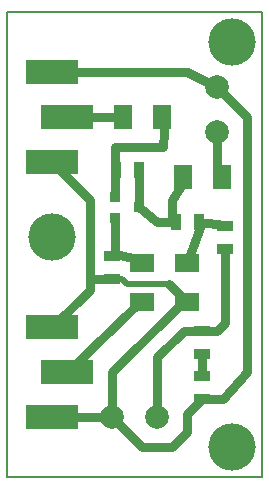
<source format=gtl>
G04 (created by PCBNEW (2013-07-07 BZR 4022)-stable) date jeu. 14 juin 2018 08:22:18 CEST*
%MOIN*%
G04 Gerber Fmt 3.4, Leading zero omitted, Abs format*
%FSLAX34Y34*%
G01*
G70*
G90*
G04 APERTURE LIST*
%ADD10C,0.00393701*%
%ADD11C,0.00590551*%
%ADD12R,0.06X0.08*%
%ADD13R,0.08X0.06*%
%ADD14R,0.055X0.035*%
%ADD15R,0.035X0.055*%
%ADD16C,0.1575*%
%ADD17C,0.0787*%
%ADD18R,0.177165X0.0787402*%
%ADD19R,0.036X0.036*%
%ADD20C,0.0314961*%
%ADD21C,0.019685*%
G04 APERTURE END LIST*
G54D10*
G54D11*
X0Y0D02*
X500Y0D01*
X0Y15500D02*
X0Y0D01*
X500Y15500D02*
X0Y15500D01*
X500Y0D02*
X8500Y0D01*
X500Y15500D02*
X8500Y15500D01*
X8500Y0D02*
X8500Y15500D01*
G54D12*
X5850Y10000D03*
X7150Y10000D03*
X5150Y12000D03*
X3850Y12000D03*
G54D13*
X6000Y7150D03*
X6000Y5850D03*
X4500Y7150D03*
X4500Y5850D03*
G54D14*
X3500Y7375D03*
X3500Y6625D03*
G54D15*
X6375Y8500D03*
X5625Y8500D03*
G54D16*
X7500Y14500D03*
X7500Y1000D03*
X1500Y8000D03*
G54D17*
X3500Y2000D03*
X5000Y2000D03*
X7000Y11500D03*
X7000Y13000D03*
G54D18*
X2000Y12000D03*
X1500Y13500D03*
X1500Y10500D03*
X2000Y3500D03*
X1500Y5000D03*
X1500Y2000D03*
G54D14*
X7250Y7625D03*
X7250Y8375D03*
G54D19*
X3600Y8650D03*
X3600Y9350D03*
X4400Y9000D03*
G54D15*
X3625Y10250D03*
X4375Y10250D03*
G54D14*
X6500Y4875D03*
X6500Y4125D03*
X6500Y3375D03*
X6500Y2625D03*
G54D20*
X7250Y7625D02*
X7250Y5150D01*
X6975Y4875D02*
X6500Y4875D01*
X7250Y5150D02*
X6975Y4875D01*
X6500Y4875D02*
X5875Y4875D01*
X5000Y4000D02*
X5000Y2000D01*
X5875Y4875D02*
X5000Y4000D01*
X1500Y13500D02*
X6000Y13500D01*
X6000Y13500D02*
X7000Y13000D01*
X2750Y6750D02*
X2750Y6250D01*
X2750Y6250D02*
X1500Y5000D01*
X2750Y6625D02*
X2750Y6750D01*
X2750Y6750D02*
X2750Y9250D01*
X2750Y9250D02*
X1500Y10500D01*
X3500Y2000D02*
X1500Y2000D01*
G54D21*
X6000Y5850D02*
X5850Y5850D01*
G54D20*
X3500Y3500D02*
X3500Y2000D01*
X5850Y5850D02*
X3500Y3500D01*
X3500Y6625D02*
X2750Y6625D01*
X2750Y6625D02*
X2775Y6625D01*
G54D21*
X3500Y6625D02*
X3825Y6625D01*
G54D20*
X5400Y6450D02*
X6000Y5850D01*
G54D21*
X4000Y6450D02*
X5400Y6450D01*
X3825Y6625D02*
X4000Y6450D01*
G54D20*
X6000Y1500D02*
X6000Y2125D01*
X5500Y1000D02*
X6000Y1500D01*
X4500Y1000D02*
X5500Y1000D01*
X4000Y1500D02*
X4500Y1000D01*
X3500Y2000D02*
X4000Y1500D01*
X6000Y2125D02*
X6500Y2625D01*
X7200Y2600D02*
X6550Y2600D01*
X8000Y3500D02*
X7200Y2600D01*
X8000Y12000D02*
X8000Y3500D01*
X7000Y13000D02*
X8000Y12000D01*
X7000Y11500D02*
X7000Y10000D01*
X3600Y10250D02*
X3600Y11000D01*
X3600Y11000D02*
X5200Y11000D01*
X5200Y11000D02*
X5250Y12000D01*
X3600Y10250D02*
X3600Y9350D01*
X3600Y7450D02*
X4500Y7250D01*
X3600Y7475D02*
X3600Y8600D01*
X4400Y10250D02*
X4400Y9000D01*
X4400Y9000D02*
X5000Y8500D01*
X5000Y8500D02*
X5500Y8500D01*
X5500Y8500D02*
X5500Y9250D01*
X5500Y9250D02*
X6000Y10000D01*
X2000Y12000D02*
X3850Y12000D01*
X6500Y4125D02*
X6500Y3375D01*
X2000Y3500D02*
X4500Y5900D01*
X6375Y8500D02*
X7250Y8400D01*
X6500Y8500D02*
X6000Y7150D01*
M02*

</source>
